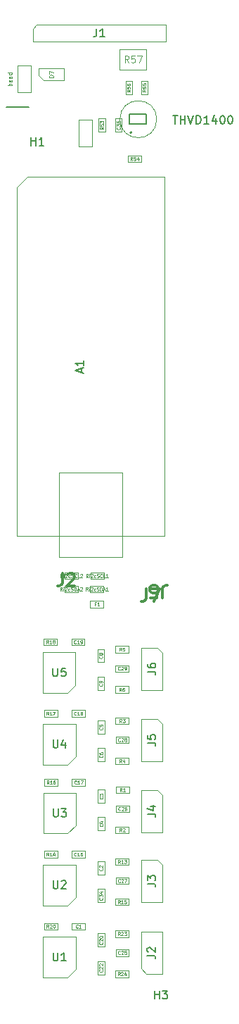
<source format=gbr>
G04 #@! TF.GenerationSoftware,KiCad,Pcbnew,(6.0.6)*
G04 #@! TF.CreationDate,2022-09-05T13:44:10+02:00*
G04 #@! TF.ProjectId,PAINTREv4,5041494e-5452-4457-9634-2e6b69636164,rev?*
G04 #@! TF.SameCoordinates,Original*
G04 #@! TF.FileFunction,AssemblyDrawing,Top*
%FSLAX46Y46*%
G04 Gerber Fmt 4.6, Leading zero omitted, Abs format (unit mm)*
G04 Created by KiCad (PCBNEW (6.0.6)) date 2022-09-05 13:44:10*
%MOMM*%
%LPD*%
G01*
G04 APERTURE LIST*
%ADD10C,0.100000*%
%ADD11C,0.150000*%
%ADD12C,0.300000*%
%ADD13C,0.125000*%
%ADD14C,0.060000*%
%ADD15C,0.120000*%
%ADD16C,0.075000*%
%ADD17C,0.127000*%
%ADD18C,0.200000*%
G04 APERTURE END LIST*
D10*
X142600000Y-44300000D02*
G75*
G03*
X142600000Y-44300000I-2220360J0D01*
G01*
D11*
X127235000Y-42860000D02*
X124485000Y-42860000D01*
D12*
X143300000Y-101821428D02*
X143300000Y-100750000D01*
X143371428Y-100535714D01*
X143514285Y-100392857D01*
X143728571Y-100321428D01*
X143871428Y-100321428D01*
X141871428Y-101821428D02*
X142585714Y-101821428D01*
X142657142Y-101107142D01*
X142585714Y-101178571D01*
X142442857Y-101250000D01*
X142085714Y-101250000D01*
X141942857Y-101178571D01*
X141871428Y-101107142D01*
X141800000Y-100964285D01*
X141800000Y-100607142D01*
X141871428Y-100464285D01*
X141942857Y-100392857D01*
X142085714Y-100321428D01*
X142442857Y-100321428D01*
X142585714Y-100392857D01*
X142657142Y-100464285D01*
D11*
X144557142Y-43852380D02*
X145128571Y-43852380D01*
X144842857Y-44852380D02*
X144842857Y-43852380D01*
X145461904Y-44852380D02*
X145461904Y-43852380D01*
X145461904Y-44328571D02*
X146033333Y-44328571D01*
X146033333Y-44852380D02*
X146033333Y-43852380D01*
X146366666Y-43852380D02*
X146700000Y-44852380D01*
X147033333Y-43852380D01*
X147366666Y-44852380D02*
X147366666Y-43852380D01*
X147604761Y-43852380D01*
X147747619Y-43900000D01*
X147842857Y-43995238D01*
X147890476Y-44090476D01*
X147938095Y-44280952D01*
X147938095Y-44423809D01*
X147890476Y-44614285D01*
X147842857Y-44709523D01*
X147747619Y-44804761D01*
X147604761Y-44852380D01*
X147366666Y-44852380D01*
X148890476Y-44852380D02*
X148319047Y-44852380D01*
X148604761Y-44852380D02*
X148604761Y-43852380D01*
X148509523Y-43995238D01*
X148414285Y-44090476D01*
X148319047Y-44138095D01*
X149747619Y-44185714D02*
X149747619Y-44852380D01*
X149509523Y-43804761D02*
X149271428Y-44519047D01*
X149890476Y-44519047D01*
X150461904Y-43852380D02*
X150557142Y-43852380D01*
X150652380Y-43900000D01*
X150700000Y-43947619D01*
X150747619Y-44042857D01*
X150795238Y-44233333D01*
X150795238Y-44471428D01*
X150747619Y-44661904D01*
X150700000Y-44757142D01*
X150652380Y-44804761D01*
X150557142Y-44852380D01*
X150461904Y-44852380D01*
X150366666Y-44804761D01*
X150319047Y-44757142D01*
X150271428Y-44661904D01*
X150223809Y-44471428D01*
X150223809Y-44233333D01*
X150271428Y-44042857D01*
X150319047Y-43947619D01*
X150366666Y-43900000D01*
X150461904Y-43852380D01*
X151414285Y-43852380D02*
X151509523Y-43852380D01*
X151604761Y-43900000D01*
X151652380Y-43947619D01*
X151700000Y-44042857D01*
X151747619Y-44233333D01*
X151747619Y-44471428D01*
X151700000Y-44661904D01*
X151652380Y-44757142D01*
X151604761Y-44804761D01*
X151509523Y-44852380D01*
X151414285Y-44852380D01*
X151319047Y-44804761D01*
X151271428Y-44757142D01*
X151223809Y-44661904D01*
X151176190Y-44471428D01*
X151176190Y-44233333D01*
X151223809Y-44042857D01*
X151271428Y-43947619D01*
X151319047Y-43900000D01*
X151414285Y-43852380D01*
D12*
X141337500Y-100778571D02*
X141337500Y-101850000D01*
X141266071Y-102064285D01*
X141123214Y-102207142D01*
X140908928Y-102278571D01*
X140766071Y-102278571D01*
X141908928Y-100778571D02*
X142908928Y-100778571D01*
X142266071Y-102278571D01*
X131225000Y-98922321D02*
X131225000Y-99993750D01*
X131153571Y-100208035D01*
X131010714Y-100350892D01*
X130796428Y-100422321D01*
X130653571Y-100422321D01*
X131867857Y-99065178D02*
X131939285Y-98993750D01*
X132082142Y-98922321D01*
X132439285Y-98922321D01*
X132582142Y-98993750D01*
X132653571Y-99065178D01*
X132725000Y-99208035D01*
X132725000Y-99350892D01*
X132653571Y-99565178D01*
X131796428Y-100422321D01*
X132725000Y-100422321D01*
D13*
X125126190Y-40253809D02*
X124626190Y-40253809D01*
X124816666Y-40253809D02*
X124792857Y-40206190D01*
X124792857Y-40110952D01*
X124816666Y-40063333D01*
X124840476Y-40039523D01*
X124888095Y-40015714D01*
X125030952Y-40015714D01*
X125078571Y-40039523D01*
X125102380Y-40063333D01*
X125126190Y-40110952D01*
X125126190Y-40206190D01*
X125102380Y-40253809D01*
X125102380Y-39610952D02*
X125126190Y-39658571D01*
X125126190Y-39753809D01*
X125102380Y-39801428D01*
X125054761Y-39825238D01*
X124864285Y-39825238D01*
X124816666Y-39801428D01*
X124792857Y-39753809D01*
X124792857Y-39658571D01*
X124816666Y-39610952D01*
X124864285Y-39587142D01*
X124911904Y-39587142D01*
X124959523Y-39825238D01*
X125126190Y-39158571D02*
X124864285Y-39158571D01*
X124816666Y-39182380D01*
X124792857Y-39230000D01*
X124792857Y-39325238D01*
X124816666Y-39372857D01*
X125102380Y-39158571D02*
X125126190Y-39206190D01*
X125126190Y-39325238D01*
X125102380Y-39372857D01*
X125054761Y-39396666D01*
X125007142Y-39396666D01*
X124959523Y-39372857D01*
X124935714Y-39325238D01*
X124935714Y-39206190D01*
X124911904Y-39158571D01*
X125126190Y-38706190D02*
X124626190Y-38706190D01*
X125102380Y-38706190D02*
X125126190Y-38753809D01*
X125126190Y-38849047D01*
X125102380Y-38896666D01*
X125078571Y-38920476D01*
X125030952Y-38944285D01*
X124888095Y-38944285D01*
X124840476Y-38920476D01*
X124816666Y-38896666D01*
X124792857Y-38849047D01*
X124792857Y-38753809D01*
X124816666Y-38706190D01*
D14*
X135266666Y-102571428D02*
X135133333Y-102571428D01*
X135133333Y-102780952D02*
X135133333Y-102380952D01*
X135323809Y-102380952D01*
X135685714Y-102780952D02*
X135457142Y-102780952D01*
X135571428Y-102780952D02*
X135571428Y-102380952D01*
X135533333Y-102438095D01*
X135495238Y-102476190D01*
X135457142Y-102495238D01*
X134314285Y-100980952D02*
X134180952Y-100790476D01*
X134085714Y-100980952D02*
X134085714Y-100580952D01*
X134238095Y-100580952D01*
X134276190Y-100600000D01*
X134295238Y-100619047D01*
X134314285Y-100657142D01*
X134314285Y-100714285D01*
X134295238Y-100752380D01*
X134276190Y-100771428D01*
X134238095Y-100790476D01*
X134085714Y-100790476D01*
X134485714Y-100980952D02*
X134485714Y-100714285D01*
X134485714Y-100580952D02*
X134466666Y-100600000D01*
X134485714Y-100619047D01*
X134504761Y-100600000D01*
X134485714Y-100580952D01*
X134485714Y-100619047D01*
X134657142Y-100619047D02*
X134676190Y-100600000D01*
X134714285Y-100580952D01*
X134809523Y-100580952D01*
X134847619Y-100600000D01*
X134866666Y-100619047D01*
X134885714Y-100657142D01*
X134885714Y-100695238D01*
X134866666Y-100752380D01*
X134638095Y-100980952D01*
X134885714Y-100980952D01*
X135228571Y-100961904D02*
X135190476Y-100980952D01*
X135114285Y-100980952D01*
X135076190Y-100961904D01*
X135057142Y-100942857D01*
X135038095Y-100904761D01*
X135038095Y-100790476D01*
X135057142Y-100752380D01*
X135076190Y-100733333D01*
X135114285Y-100714285D01*
X135190476Y-100714285D01*
X135228571Y-100733333D01*
X135380952Y-100961904D02*
X135438095Y-100980952D01*
X135533333Y-100980952D01*
X135571428Y-100961904D01*
X135590476Y-100942857D01*
X135609523Y-100904761D01*
X135609523Y-100866666D01*
X135590476Y-100828571D01*
X135571428Y-100809523D01*
X135533333Y-100790476D01*
X135457142Y-100771428D01*
X135419047Y-100752380D01*
X135400000Y-100733333D01*
X135380952Y-100695238D01*
X135380952Y-100657142D01*
X135400000Y-100619047D01*
X135419047Y-100600000D01*
X135457142Y-100580952D01*
X135552380Y-100580952D01*
X135609523Y-100600000D01*
X135780952Y-100980952D02*
X135780952Y-100580952D01*
X135876190Y-100580952D01*
X135933333Y-100600000D01*
X135971428Y-100638095D01*
X135990476Y-100676190D01*
X136009523Y-100752380D01*
X136009523Y-100809523D01*
X135990476Y-100885714D01*
X135971428Y-100923809D01*
X135933333Y-100961904D01*
X135876190Y-100980952D01*
X135780952Y-100980952D01*
X136161904Y-100866666D02*
X136352380Y-100866666D01*
X136123809Y-100980952D02*
X136257142Y-100580952D01*
X136390476Y-100980952D01*
X136733333Y-100980952D02*
X136504761Y-100980952D01*
X136619047Y-100980952D02*
X136619047Y-100580952D01*
X136580952Y-100638095D01*
X136542857Y-100676190D01*
X136504761Y-100695238D01*
X131236309Y-99380952D02*
X131102976Y-99190476D01*
X131007738Y-99380952D02*
X131007738Y-98980952D01*
X131160119Y-98980952D01*
X131198214Y-99000000D01*
X131217261Y-99019047D01*
X131236309Y-99057142D01*
X131236309Y-99114285D01*
X131217261Y-99152380D01*
X131198214Y-99171428D01*
X131160119Y-99190476D01*
X131007738Y-99190476D01*
X131407738Y-99380952D02*
X131407738Y-99114285D01*
X131407738Y-98980952D02*
X131388690Y-99000000D01*
X131407738Y-99019047D01*
X131426785Y-99000000D01*
X131407738Y-98980952D01*
X131407738Y-99019047D01*
X131579166Y-99019047D02*
X131598214Y-99000000D01*
X131636309Y-98980952D01*
X131731547Y-98980952D01*
X131769642Y-99000000D01*
X131788690Y-99019047D01*
X131807738Y-99057142D01*
X131807738Y-99095238D01*
X131788690Y-99152380D01*
X131560119Y-99380952D01*
X131807738Y-99380952D01*
X132150595Y-99361904D02*
X132112500Y-99380952D01*
X132036309Y-99380952D01*
X131998214Y-99361904D01*
X131979166Y-99342857D01*
X131960119Y-99304761D01*
X131960119Y-99190476D01*
X131979166Y-99152380D01*
X131998214Y-99133333D01*
X132036309Y-99114285D01*
X132112500Y-99114285D01*
X132150595Y-99133333D01*
X132302976Y-99361904D02*
X132360119Y-99380952D01*
X132455357Y-99380952D01*
X132493452Y-99361904D01*
X132512500Y-99342857D01*
X132531547Y-99304761D01*
X132531547Y-99266666D01*
X132512500Y-99228571D01*
X132493452Y-99209523D01*
X132455357Y-99190476D01*
X132379166Y-99171428D01*
X132341071Y-99152380D01*
X132322023Y-99133333D01*
X132302976Y-99095238D01*
X132302976Y-99057142D01*
X132322023Y-99019047D01*
X132341071Y-99000000D01*
X132379166Y-98980952D01*
X132474404Y-98980952D01*
X132531547Y-99000000D01*
X132931547Y-99342857D02*
X132912500Y-99361904D01*
X132855357Y-99380952D01*
X132817261Y-99380952D01*
X132760119Y-99361904D01*
X132722023Y-99323809D01*
X132702976Y-99285714D01*
X132683928Y-99209523D01*
X132683928Y-99152380D01*
X132702976Y-99076190D01*
X132722023Y-99038095D01*
X132760119Y-99000000D01*
X132817261Y-98980952D01*
X132855357Y-98980952D01*
X132912500Y-99000000D01*
X132931547Y-99019047D01*
X133293452Y-99380952D02*
X133102976Y-99380952D01*
X133102976Y-98980952D01*
X133407738Y-99019047D02*
X133426785Y-99000000D01*
X133464880Y-98980952D01*
X133560119Y-98980952D01*
X133598214Y-99000000D01*
X133617261Y-99019047D01*
X133636309Y-99057142D01*
X133636309Y-99095238D01*
X133617261Y-99152380D01*
X133388690Y-99380952D01*
X133636309Y-99380952D01*
X131214285Y-100980952D02*
X131080952Y-100790476D01*
X130985714Y-100980952D02*
X130985714Y-100580952D01*
X131138095Y-100580952D01*
X131176190Y-100600000D01*
X131195238Y-100619047D01*
X131214285Y-100657142D01*
X131214285Y-100714285D01*
X131195238Y-100752380D01*
X131176190Y-100771428D01*
X131138095Y-100790476D01*
X130985714Y-100790476D01*
X131385714Y-100980952D02*
X131385714Y-100714285D01*
X131385714Y-100580952D02*
X131366666Y-100600000D01*
X131385714Y-100619047D01*
X131404761Y-100600000D01*
X131385714Y-100580952D01*
X131385714Y-100619047D01*
X131557142Y-100619047D02*
X131576190Y-100600000D01*
X131614285Y-100580952D01*
X131709523Y-100580952D01*
X131747619Y-100600000D01*
X131766666Y-100619047D01*
X131785714Y-100657142D01*
X131785714Y-100695238D01*
X131766666Y-100752380D01*
X131538095Y-100980952D01*
X131785714Y-100980952D01*
X132128571Y-100961904D02*
X132090476Y-100980952D01*
X132014285Y-100980952D01*
X131976190Y-100961904D01*
X131957142Y-100942857D01*
X131938095Y-100904761D01*
X131938095Y-100790476D01*
X131957142Y-100752380D01*
X131976190Y-100733333D01*
X132014285Y-100714285D01*
X132090476Y-100714285D01*
X132128571Y-100733333D01*
X132280952Y-100961904D02*
X132338095Y-100980952D01*
X132433333Y-100980952D01*
X132471428Y-100961904D01*
X132490476Y-100942857D01*
X132509523Y-100904761D01*
X132509523Y-100866666D01*
X132490476Y-100828571D01*
X132471428Y-100809523D01*
X132433333Y-100790476D01*
X132357142Y-100771428D01*
X132319047Y-100752380D01*
X132300000Y-100733333D01*
X132280952Y-100695238D01*
X132280952Y-100657142D01*
X132300000Y-100619047D01*
X132319047Y-100600000D01*
X132357142Y-100580952D01*
X132452380Y-100580952D01*
X132509523Y-100600000D01*
X132680952Y-100980952D02*
X132680952Y-100580952D01*
X132776190Y-100580952D01*
X132833333Y-100600000D01*
X132871428Y-100638095D01*
X132890476Y-100676190D01*
X132909523Y-100752380D01*
X132909523Y-100809523D01*
X132890476Y-100885714D01*
X132871428Y-100923809D01*
X132833333Y-100961904D01*
X132776190Y-100980952D01*
X132680952Y-100980952D01*
X133061904Y-100866666D02*
X133252380Y-100866666D01*
X133023809Y-100980952D02*
X133157142Y-100580952D01*
X133290476Y-100980952D01*
X133404761Y-100619047D02*
X133423809Y-100600000D01*
X133461904Y-100580952D01*
X133557142Y-100580952D01*
X133595238Y-100600000D01*
X133614285Y-100619047D01*
X133633333Y-100657142D01*
X133633333Y-100695238D01*
X133614285Y-100752380D01*
X133385714Y-100980952D01*
X133633333Y-100980952D01*
X134336309Y-99380952D02*
X134202976Y-99190476D01*
X134107738Y-99380952D02*
X134107738Y-98980952D01*
X134260119Y-98980952D01*
X134298214Y-99000000D01*
X134317261Y-99019047D01*
X134336309Y-99057142D01*
X134336309Y-99114285D01*
X134317261Y-99152380D01*
X134298214Y-99171428D01*
X134260119Y-99190476D01*
X134107738Y-99190476D01*
X134507738Y-99380952D02*
X134507738Y-99114285D01*
X134507738Y-98980952D02*
X134488690Y-99000000D01*
X134507738Y-99019047D01*
X134526785Y-99000000D01*
X134507738Y-98980952D01*
X134507738Y-99019047D01*
X134679166Y-99019047D02*
X134698214Y-99000000D01*
X134736309Y-98980952D01*
X134831547Y-98980952D01*
X134869642Y-99000000D01*
X134888690Y-99019047D01*
X134907738Y-99057142D01*
X134907738Y-99095238D01*
X134888690Y-99152380D01*
X134660119Y-99380952D01*
X134907738Y-99380952D01*
X135250595Y-99361904D02*
X135212500Y-99380952D01*
X135136309Y-99380952D01*
X135098214Y-99361904D01*
X135079166Y-99342857D01*
X135060119Y-99304761D01*
X135060119Y-99190476D01*
X135079166Y-99152380D01*
X135098214Y-99133333D01*
X135136309Y-99114285D01*
X135212500Y-99114285D01*
X135250595Y-99133333D01*
X135402976Y-99361904D02*
X135460119Y-99380952D01*
X135555357Y-99380952D01*
X135593452Y-99361904D01*
X135612500Y-99342857D01*
X135631547Y-99304761D01*
X135631547Y-99266666D01*
X135612500Y-99228571D01*
X135593452Y-99209523D01*
X135555357Y-99190476D01*
X135479166Y-99171428D01*
X135441071Y-99152380D01*
X135422023Y-99133333D01*
X135402976Y-99095238D01*
X135402976Y-99057142D01*
X135422023Y-99019047D01*
X135441071Y-99000000D01*
X135479166Y-98980952D01*
X135574404Y-98980952D01*
X135631547Y-99000000D01*
X136031547Y-99342857D02*
X136012500Y-99361904D01*
X135955357Y-99380952D01*
X135917261Y-99380952D01*
X135860119Y-99361904D01*
X135822023Y-99323809D01*
X135802976Y-99285714D01*
X135783928Y-99209523D01*
X135783928Y-99152380D01*
X135802976Y-99076190D01*
X135822023Y-99038095D01*
X135860119Y-99000000D01*
X135917261Y-98980952D01*
X135955357Y-98980952D01*
X136012500Y-99000000D01*
X136031547Y-99019047D01*
X136393452Y-99380952D02*
X136202976Y-99380952D01*
X136202976Y-98980952D01*
X136736309Y-99380952D02*
X136507738Y-99380952D01*
X136622023Y-99380952D02*
X136622023Y-98980952D01*
X136583928Y-99038095D01*
X136545833Y-99076190D01*
X136507738Y-99095238D01*
D11*
X142338095Y-150066130D02*
X142338095Y-149066130D01*
X142338095Y-149542321D02*
X142909523Y-149542321D01*
X142909523Y-150066130D02*
X142909523Y-149066130D01*
X143290476Y-149066130D02*
X143909523Y-149066130D01*
X143576190Y-149447083D01*
X143719047Y-149447083D01*
X143814285Y-149494702D01*
X143861904Y-149542321D01*
X143909523Y-149637559D01*
X143909523Y-149875654D01*
X143861904Y-149970892D01*
X143814285Y-150018511D01*
X143719047Y-150066130D01*
X143433333Y-150066130D01*
X143338095Y-150018511D01*
X143290476Y-149970892D01*
X135331666Y-33402380D02*
X135331666Y-34116666D01*
X135284047Y-34259523D01*
X135188809Y-34354761D01*
X135045952Y-34402380D01*
X134950714Y-34402380D01*
X136331666Y-34402380D02*
X135760238Y-34402380D01*
X136045952Y-34402380D02*
X136045952Y-33402380D01*
X135950714Y-33545238D01*
X135855476Y-33640476D01*
X135760238Y-33688095D01*
D14*
X139670357Y-49230952D02*
X139537023Y-49040476D01*
X139441785Y-49230952D02*
X139441785Y-48830952D01*
X139594166Y-48830952D01*
X139632261Y-48850000D01*
X139651309Y-48869047D01*
X139670357Y-48907142D01*
X139670357Y-48964285D01*
X139651309Y-49002380D01*
X139632261Y-49021428D01*
X139594166Y-49040476D01*
X139441785Y-49040476D01*
X140032261Y-48830952D02*
X139841785Y-48830952D01*
X139822738Y-49021428D01*
X139841785Y-49002380D01*
X139879880Y-48983333D01*
X139975119Y-48983333D01*
X140013214Y-49002380D01*
X140032261Y-49021428D01*
X140051309Y-49059523D01*
X140051309Y-49154761D01*
X140032261Y-49192857D01*
X140013214Y-49211904D01*
X139975119Y-49230952D01*
X139879880Y-49230952D01*
X139841785Y-49211904D01*
X139822738Y-49192857D01*
X140394166Y-48964285D02*
X140394166Y-49230952D01*
X140298928Y-48811904D02*
X140203690Y-49097619D01*
X140451309Y-49097619D01*
X138224857Y-127348857D02*
X138205809Y-127367904D01*
X138148666Y-127386952D01*
X138110571Y-127386952D01*
X138053428Y-127367904D01*
X138015333Y-127329809D01*
X137996285Y-127291714D01*
X137977238Y-127215523D01*
X137977238Y-127158380D01*
X137996285Y-127082190D01*
X138015333Y-127044095D01*
X138053428Y-127006000D01*
X138110571Y-126986952D01*
X138148666Y-126986952D01*
X138205809Y-127006000D01*
X138224857Y-127025047D01*
X138377238Y-127025047D02*
X138396285Y-127006000D01*
X138434380Y-126986952D01*
X138529619Y-126986952D01*
X138567714Y-127006000D01*
X138586761Y-127025047D01*
X138605809Y-127063142D01*
X138605809Y-127101238D01*
X138586761Y-127158380D01*
X138358190Y-127386952D01*
X138605809Y-127386952D01*
X138948666Y-126986952D02*
X138872476Y-126986952D01*
X138834380Y-127006000D01*
X138815333Y-127025047D01*
X138777238Y-127082190D01*
X138758190Y-127158380D01*
X138758190Y-127310761D01*
X138777238Y-127348857D01*
X138796285Y-127367904D01*
X138834380Y-127386952D01*
X138910571Y-127386952D01*
X138948666Y-127367904D01*
X138967714Y-127348857D01*
X138986761Y-127310761D01*
X138986761Y-127215523D01*
X138967714Y-127177428D01*
X138948666Y-127158380D01*
X138910571Y-127139333D01*
X138834380Y-127139333D01*
X138796285Y-127158380D01*
X138777238Y-127177428D01*
X138758190Y-127215523D01*
X129604357Y-124211952D02*
X129471023Y-124021476D01*
X129375785Y-124211952D02*
X129375785Y-123811952D01*
X129528166Y-123811952D01*
X129566261Y-123831000D01*
X129585309Y-123850047D01*
X129604357Y-123888142D01*
X129604357Y-123945285D01*
X129585309Y-123983380D01*
X129566261Y-124002428D01*
X129528166Y-124021476D01*
X129375785Y-124021476D01*
X129985309Y-124211952D02*
X129756738Y-124211952D01*
X129871023Y-124211952D02*
X129871023Y-123811952D01*
X129832928Y-123869095D01*
X129794833Y-123907190D01*
X129756738Y-123926238D01*
X130328166Y-123811952D02*
X130251976Y-123811952D01*
X130213880Y-123831000D01*
X130194833Y-123850047D01*
X130156738Y-123907190D01*
X130137690Y-123983380D01*
X130137690Y-124135761D01*
X130156738Y-124173857D01*
X130175785Y-124192904D01*
X130213880Y-124211952D01*
X130290071Y-124211952D01*
X130328166Y-124192904D01*
X130347214Y-124173857D01*
X130366261Y-124135761D01*
X130366261Y-124040523D01*
X130347214Y-124002428D01*
X130328166Y-123983380D01*
X130290071Y-123964333D01*
X130213880Y-123964333D01*
X130175785Y-123983380D01*
X130156738Y-124002428D01*
X130137690Y-124040523D01*
X136046857Y-146568142D02*
X136065904Y-146587190D01*
X136084952Y-146644333D01*
X136084952Y-146682428D01*
X136065904Y-146739571D01*
X136027809Y-146777666D01*
X135989714Y-146796714D01*
X135913523Y-146815761D01*
X135856380Y-146815761D01*
X135780190Y-146796714D01*
X135742095Y-146777666D01*
X135704000Y-146739571D01*
X135684952Y-146682428D01*
X135684952Y-146644333D01*
X135704000Y-146587190D01*
X135723047Y-146568142D01*
X135723047Y-146415761D02*
X135704000Y-146396714D01*
X135684952Y-146358619D01*
X135684952Y-146263380D01*
X135704000Y-146225285D01*
X135723047Y-146206238D01*
X135761142Y-146187190D01*
X135799238Y-146187190D01*
X135856380Y-146206238D01*
X136084952Y-146434809D01*
X136084952Y-146187190D01*
X135723047Y-146034809D02*
X135704000Y-146015761D01*
X135684952Y-145977666D01*
X135684952Y-145882428D01*
X135704000Y-145844333D01*
X135723047Y-145825285D01*
X135761142Y-145806238D01*
X135799238Y-145806238D01*
X135856380Y-145825285D01*
X136084952Y-146053857D01*
X136084952Y-145806238D01*
D15*
X139235714Y-37461904D02*
X138969047Y-37080952D01*
X138778571Y-37461904D02*
X138778571Y-36661904D01*
X139083333Y-36661904D01*
X139159523Y-36700000D01*
X139197619Y-36738095D01*
X139235714Y-36814285D01*
X139235714Y-36928571D01*
X139197619Y-37004761D01*
X139159523Y-37042857D01*
X139083333Y-37080952D01*
X138778571Y-37080952D01*
X139959523Y-36661904D02*
X139578571Y-36661904D01*
X139540476Y-37042857D01*
X139578571Y-37004761D01*
X139654761Y-36966666D01*
X139845238Y-36966666D01*
X139921428Y-37004761D01*
X139959523Y-37042857D01*
X139997619Y-37119047D01*
X139997619Y-37309523D01*
X139959523Y-37385714D01*
X139921428Y-37423809D01*
X139845238Y-37461904D01*
X139654761Y-37461904D01*
X139578571Y-37423809D01*
X139540476Y-37385714D01*
X140264285Y-36661904D02*
X140797619Y-36661904D01*
X140454761Y-37461904D01*
D14*
X136046857Y-143240142D02*
X136065904Y-143259190D01*
X136084952Y-143316333D01*
X136084952Y-143354428D01*
X136065904Y-143411571D01*
X136027809Y-143449666D01*
X135989714Y-143468714D01*
X135913523Y-143487761D01*
X135856380Y-143487761D01*
X135780190Y-143468714D01*
X135742095Y-143449666D01*
X135704000Y-143411571D01*
X135684952Y-143354428D01*
X135684952Y-143316333D01*
X135704000Y-143259190D01*
X135723047Y-143240142D01*
X135723047Y-143087761D02*
X135704000Y-143068714D01*
X135684952Y-143030619D01*
X135684952Y-142935380D01*
X135704000Y-142897285D01*
X135723047Y-142878238D01*
X135761142Y-142859190D01*
X135799238Y-142859190D01*
X135856380Y-142878238D01*
X136084952Y-143106809D01*
X136084952Y-142859190D01*
X135684952Y-142611571D02*
X135684952Y-142573476D01*
X135704000Y-142535380D01*
X135723047Y-142516333D01*
X135761142Y-142497285D01*
X135837333Y-142478238D01*
X135932571Y-142478238D01*
X136008761Y-142497285D01*
X136046857Y-142516333D01*
X136065904Y-142535380D01*
X136084952Y-142573476D01*
X136084952Y-142611571D01*
X136065904Y-142649666D01*
X136046857Y-142668714D01*
X136008761Y-142687761D01*
X135932571Y-142706809D01*
X135837333Y-142706809D01*
X135761142Y-142687761D01*
X135723047Y-142668714D01*
X135704000Y-142649666D01*
X135684952Y-142611571D01*
X132893857Y-115892857D02*
X132874809Y-115911904D01*
X132817666Y-115930952D01*
X132779571Y-115930952D01*
X132722428Y-115911904D01*
X132684333Y-115873809D01*
X132665285Y-115835714D01*
X132646238Y-115759523D01*
X132646238Y-115702380D01*
X132665285Y-115626190D01*
X132684333Y-115588095D01*
X132722428Y-115550000D01*
X132779571Y-115530952D01*
X132817666Y-115530952D01*
X132874809Y-115550000D01*
X132893857Y-115569047D01*
X133274809Y-115930952D02*
X133046238Y-115930952D01*
X133160523Y-115930952D02*
X133160523Y-115530952D01*
X133122428Y-115588095D01*
X133084333Y-115626190D01*
X133046238Y-115645238D01*
X133503380Y-115702380D02*
X133465285Y-115683333D01*
X133446238Y-115664285D01*
X133427190Y-115626190D01*
X133427190Y-115607142D01*
X133446238Y-115569047D01*
X133465285Y-115550000D01*
X133503380Y-115530952D01*
X133579571Y-115530952D01*
X133617666Y-115550000D01*
X133636714Y-115569047D01*
X133655761Y-115607142D01*
X133655761Y-115626190D01*
X133636714Y-115664285D01*
X133617666Y-115683333D01*
X133579571Y-115702380D01*
X133503380Y-115702380D01*
X133465285Y-115721428D01*
X133446238Y-115740476D01*
X133427190Y-115778571D01*
X133427190Y-115854761D01*
X133446238Y-115892857D01*
X133465285Y-115911904D01*
X133503380Y-115930952D01*
X133579571Y-115930952D01*
X133617666Y-115911904D01*
X133636714Y-115892857D01*
X133655761Y-115854761D01*
X133655761Y-115778571D01*
X133636714Y-115740476D01*
X133617666Y-115721428D01*
X133579571Y-115702380D01*
D11*
X130156333Y-127177333D02*
X130156333Y-127970666D01*
X130203000Y-128064000D01*
X130249666Y-128110666D01*
X130343000Y-128157333D01*
X130529666Y-128157333D01*
X130623000Y-128110666D01*
X130669666Y-128064000D01*
X130716333Y-127970666D01*
X130716333Y-127177333D01*
X131089666Y-127177333D02*
X131696333Y-127177333D01*
X131369666Y-127550666D01*
X131509666Y-127550666D01*
X131603000Y-127597333D01*
X131649666Y-127644000D01*
X131696333Y-127737333D01*
X131696333Y-127970666D01*
X131649666Y-128064000D01*
X131603000Y-128110666D01*
X131509666Y-128157333D01*
X131229666Y-128157333D01*
X131136333Y-128110666D01*
X131089666Y-128064000D01*
D14*
X136046857Y-137905142D02*
X136065904Y-137924190D01*
X136084952Y-137981333D01*
X136084952Y-138019428D01*
X136065904Y-138076571D01*
X136027809Y-138114666D01*
X135989714Y-138133714D01*
X135913523Y-138152761D01*
X135856380Y-138152761D01*
X135780190Y-138133714D01*
X135742095Y-138114666D01*
X135704000Y-138076571D01*
X135684952Y-138019428D01*
X135684952Y-137981333D01*
X135704000Y-137924190D01*
X135723047Y-137905142D01*
X135684952Y-137771809D02*
X135684952Y-137524190D01*
X135837333Y-137657523D01*
X135837333Y-137600380D01*
X135856380Y-137562285D01*
X135875428Y-137543238D01*
X135913523Y-137524190D01*
X136008761Y-137524190D01*
X136046857Y-137543238D01*
X136065904Y-137562285D01*
X136084952Y-137600380D01*
X136084952Y-137714666D01*
X136065904Y-137752761D01*
X136046857Y-137771809D01*
X135818285Y-137181333D02*
X136084952Y-137181333D01*
X135665904Y-137276571D02*
X135951619Y-137371809D01*
X135951619Y-137124190D01*
X133084333Y-141487857D02*
X133065285Y-141506904D01*
X133008142Y-141525952D01*
X132970047Y-141525952D01*
X132912904Y-141506904D01*
X132874809Y-141468809D01*
X132855761Y-141430714D01*
X132836714Y-141354523D01*
X132836714Y-141297380D01*
X132855761Y-141221190D01*
X132874809Y-141183095D01*
X132912904Y-141145000D01*
X132970047Y-141125952D01*
X133008142Y-141125952D01*
X133065285Y-141145000D01*
X133084333Y-141164047D01*
X133465285Y-141525952D02*
X133236714Y-141525952D01*
X133351000Y-141525952D02*
X133351000Y-141125952D01*
X133312904Y-141183095D01*
X133274809Y-141221190D01*
X133236714Y-141240238D01*
X138186857Y-142414952D02*
X138053523Y-142224476D01*
X137958285Y-142414952D02*
X137958285Y-142014952D01*
X138110666Y-142014952D01*
X138148761Y-142034000D01*
X138167809Y-142053047D01*
X138186857Y-142091142D01*
X138186857Y-142148285D01*
X138167809Y-142186380D01*
X138148761Y-142205428D01*
X138110666Y-142224476D01*
X137958285Y-142224476D01*
X138339238Y-142053047D02*
X138358285Y-142034000D01*
X138396380Y-142014952D01*
X138491619Y-142014952D01*
X138529714Y-142034000D01*
X138548761Y-142053047D01*
X138567809Y-142091142D01*
X138567809Y-142129238D01*
X138548761Y-142186380D01*
X138320190Y-142414952D01*
X138567809Y-142414952D01*
X138701142Y-142014952D02*
X138948761Y-142014952D01*
X138815428Y-142167333D01*
X138872571Y-142167333D01*
X138910666Y-142186380D01*
X138929714Y-142205428D01*
X138948761Y-142243523D01*
X138948761Y-142338761D01*
X138929714Y-142376857D01*
X138910666Y-142395904D01*
X138872571Y-142414952D01*
X138758285Y-142414952D01*
X138720190Y-142395904D01*
X138701142Y-142376857D01*
X129554357Y-107330952D02*
X129421023Y-107140476D01*
X129325785Y-107330952D02*
X129325785Y-106930952D01*
X129478166Y-106930952D01*
X129516261Y-106950000D01*
X129535309Y-106969047D01*
X129554357Y-107007142D01*
X129554357Y-107064285D01*
X129535309Y-107102380D01*
X129516261Y-107121428D01*
X129478166Y-107140476D01*
X129325785Y-107140476D01*
X129935309Y-107330952D02*
X129706738Y-107330952D01*
X129821023Y-107330952D02*
X129821023Y-106930952D01*
X129782928Y-106988095D01*
X129744833Y-107026190D01*
X129706738Y-107045238D01*
X130163880Y-107102380D02*
X130125785Y-107083333D01*
X130106738Y-107064285D01*
X130087690Y-107026190D01*
X130087690Y-107007142D01*
X130106738Y-106969047D01*
X130125785Y-106950000D01*
X130163880Y-106930952D01*
X130240071Y-106930952D01*
X130278166Y-106950000D01*
X130297214Y-106969047D01*
X130316261Y-107007142D01*
X130316261Y-107026190D01*
X130297214Y-107064285D01*
X130278166Y-107083333D01*
X130240071Y-107102380D01*
X130163880Y-107102380D01*
X130125785Y-107121428D01*
X130106738Y-107140476D01*
X130087690Y-107178571D01*
X130087690Y-107254761D01*
X130106738Y-107292857D01*
X130125785Y-107311904D01*
X130163880Y-107330952D01*
X130240071Y-107330952D01*
X130278166Y-107311904D01*
X130297214Y-107292857D01*
X130316261Y-107254761D01*
X130316261Y-107178571D01*
X130297214Y-107140476D01*
X130278166Y-107121428D01*
X130240071Y-107102380D01*
X136021857Y-108854666D02*
X136040904Y-108873714D01*
X136059952Y-108930857D01*
X136059952Y-108968952D01*
X136040904Y-109026095D01*
X136002809Y-109064190D01*
X135964714Y-109083238D01*
X135888523Y-109102285D01*
X135831380Y-109102285D01*
X135755190Y-109083238D01*
X135717095Y-109064190D01*
X135679000Y-109026095D01*
X135659952Y-108968952D01*
X135659952Y-108930857D01*
X135679000Y-108873714D01*
X135698047Y-108854666D01*
X135831380Y-108626095D02*
X135812333Y-108664190D01*
X135793285Y-108683238D01*
X135755190Y-108702285D01*
X135736142Y-108702285D01*
X135698047Y-108683238D01*
X135679000Y-108664190D01*
X135659952Y-108626095D01*
X135659952Y-108549904D01*
X135679000Y-108511809D01*
X135698047Y-108492761D01*
X135736142Y-108473714D01*
X135755190Y-108473714D01*
X135793285Y-108492761D01*
X135812333Y-108511809D01*
X135831380Y-108549904D01*
X135831380Y-108626095D01*
X135850428Y-108664190D01*
X135869476Y-108683238D01*
X135907571Y-108702285D01*
X135983761Y-108702285D01*
X136021857Y-108683238D01*
X136040904Y-108664190D01*
X136059952Y-108626095D01*
X136059952Y-108549904D01*
X136040904Y-108511809D01*
X136021857Y-108492761D01*
X135983761Y-108473714D01*
X135907571Y-108473714D01*
X135869476Y-108492761D01*
X135850428Y-108511809D01*
X135831380Y-108549904D01*
X138199857Y-119062857D02*
X138180809Y-119081904D01*
X138123666Y-119100952D01*
X138085571Y-119100952D01*
X138028428Y-119081904D01*
X137990333Y-119043809D01*
X137971285Y-119005714D01*
X137952238Y-118929523D01*
X137952238Y-118872380D01*
X137971285Y-118796190D01*
X137990333Y-118758095D01*
X138028428Y-118720000D01*
X138085571Y-118700952D01*
X138123666Y-118700952D01*
X138180809Y-118720000D01*
X138199857Y-118739047D01*
X138352238Y-118739047D02*
X138371285Y-118720000D01*
X138409380Y-118700952D01*
X138504619Y-118700952D01*
X138542714Y-118720000D01*
X138561761Y-118739047D01*
X138580809Y-118777142D01*
X138580809Y-118815238D01*
X138561761Y-118872380D01*
X138333190Y-119100952D01*
X138580809Y-119100952D01*
X138809380Y-118872380D02*
X138771285Y-118853333D01*
X138752238Y-118834285D01*
X138733190Y-118796190D01*
X138733190Y-118777142D01*
X138752238Y-118739047D01*
X138771285Y-118720000D01*
X138809380Y-118700952D01*
X138885571Y-118700952D01*
X138923666Y-118720000D01*
X138942714Y-118739047D01*
X138961761Y-118777142D01*
X138961761Y-118796190D01*
X138942714Y-118834285D01*
X138923666Y-118853333D01*
X138885571Y-118872380D01*
X138809380Y-118872380D01*
X138771285Y-118891428D01*
X138752238Y-118910476D01*
X138733190Y-118948571D01*
X138733190Y-119024761D01*
X138752238Y-119062857D01*
X138771285Y-119081904D01*
X138809380Y-119100952D01*
X138885571Y-119100952D01*
X138923666Y-119081904D01*
X138942714Y-119062857D01*
X138961761Y-119024761D01*
X138961761Y-118948571D01*
X138942714Y-118910476D01*
X138923666Y-118891428D01*
X138885571Y-118872380D01*
X138186857Y-110487857D02*
X138167809Y-110506904D01*
X138110666Y-110525952D01*
X138072571Y-110525952D01*
X138015428Y-110506904D01*
X137977333Y-110468809D01*
X137958285Y-110430714D01*
X137939238Y-110354523D01*
X137939238Y-110297380D01*
X137958285Y-110221190D01*
X137977333Y-110183095D01*
X138015428Y-110145000D01*
X138072571Y-110125952D01*
X138110666Y-110125952D01*
X138167809Y-110145000D01*
X138186857Y-110164047D01*
X138339238Y-110164047D02*
X138358285Y-110145000D01*
X138396380Y-110125952D01*
X138491619Y-110125952D01*
X138529714Y-110145000D01*
X138548761Y-110164047D01*
X138567809Y-110202142D01*
X138567809Y-110240238D01*
X138548761Y-110297380D01*
X138320190Y-110525952D01*
X138567809Y-110525952D01*
X138758285Y-110525952D02*
X138834476Y-110525952D01*
X138872571Y-110506904D01*
X138891619Y-110487857D01*
X138929714Y-110430714D01*
X138948761Y-110354523D01*
X138948761Y-110202142D01*
X138929714Y-110164047D01*
X138910666Y-110145000D01*
X138872571Y-110125952D01*
X138796380Y-110125952D01*
X138758285Y-110145000D01*
X138739238Y-110164047D01*
X138720190Y-110202142D01*
X138720190Y-110297380D01*
X138739238Y-110335476D01*
X138758285Y-110354523D01*
X138796380Y-110373571D01*
X138872571Y-110373571D01*
X138910666Y-110354523D01*
X138929714Y-110335476D01*
X138948761Y-110297380D01*
D11*
X141477380Y-127813333D02*
X142191666Y-127813333D01*
X142334523Y-127860952D01*
X142429761Y-127956190D01*
X142477380Y-128099047D01*
X142477380Y-128194285D01*
X141810714Y-126908571D02*
X142477380Y-126908571D01*
X141429761Y-127146666D02*
X142144047Y-127384761D01*
X142144047Y-126765714D01*
D14*
X141290952Y-40757142D02*
X141100476Y-40890476D01*
X141290952Y-40985714D02*
X140890952Y-40985714D01*
X140890952Y-40833333D01*
X140910000Y-40795238D01*
X140929047Y-40776190D01*
X140967142Y-40757142D01*
X141024285Y-40757142D01*
X141062380Y-40776190D01*
X141081428Y-40795238D01*
X141100476Y-40833333D01*
X141100476Y-40985714D01*
X140890952Y-40395238D02*
X140890952Y-40585714D01*
X141081428Y-40604761D01*
X141062380Y-40585714D01*
X141043333Y-40547619D01*
X141043333Y-40452380D01*
X141062380Y-40414285D01*
X141081428Y-40395238D01*
X141119523Y-40376190D01*
X141214761Y-40376190D01*
X141252857Y-40395238D01*
X141271904Y-40414285D01*
X141290952Y-40452380D01*
X141290952Y-40547619D01*
X141271904Y-40585714D01*
X141252857Y-40604761D01*
X140890952Y-40014285D02*
X140890952Y-40204761D01*
X141081428Y-40223809D01*
X141062380Y-40204761D01*
X141043333Y-40166666D01*
X141043333Y-40071428D01*
X141062380Y-40033333D01*
X141081428Y-40014285D01*
X141119523Y-39995238D01*
X141214761Y-39995238D01*
X141252857Y-40014285D01*
X141271904Y-40033333D01*
X141290952Y-40071428D01*
X141290952Y-40166666D01*
X141271904Y-40204761D01*
X141252857Y-40223809D01*
X129579357Y-132862952D02*
X129446023Y-132672476D01*
X129350785Y-132862952D02*
X129350785Y-132462952D01*
X129503166Y-132462952D01*
X129541261Y-132482000D01*
X129560309Y-132501047D01*
X129579357Y-132539142D01*
X129579357Y-132596285D01*
X129560309Y-132634380D01*
X129541261Y-132653428D01*
X129503166Y-132672476D01*
X129350785Y-132672476D01*
X129960309Y-132862952D02*
X129731738Y-132862952D01*
X129846023Y-132862952D02*
X129846023Y-132462952D01*
X129807928Y-132520095D01*
X129769833Y-132558190D01*
X129731738Y-132577238D01*
X130303166Y-132596285D02*
X130303166Y-132862952D01*
X130207928Y-132443904D02*
X130112690Y-132729619D01*
X130360309Y-132729619D01*
D11*
X141477380Y-119273333D02*
X142191666Y-119273333D01*
X142334523Y-119320952D01*
X142429761Y-119416190D01*
X142477380Y-119559047D01*
X142477380Y-119654285D01*
X141477380Y-118320952D02*
X141477380Y-118797142D01*
X141953571Y-118844761D01*
X141905952Y-118797142D01*
X141858333Y-118701904D01*
X141858333Y-118463809D01*
X141905952Y-118368571D01*
X141953571Y-118320952D01*
X142048809Y-118273333D01*
X142286904Y-118273333D01*
X142382142Y-118320952D01*
X142429761Y-118368571D01*
X142477380Y-118463809D01*
X142477380Y-118701904D01*
X142429761Y-118797142D01*
X142382142Y-118844761D01*
X127438095Y-47452380D02*
X127438095Y-46452380D01*
X127438095Y-46928571D02*
X128009523Y-46928571D01*
X128009523Y-47452380D02*
X128009523Y-46452380D01*
X129009523Y-47452380D02*
X128438095Y-47452380D01*
X128723809Y-47452380D02*
X128723809Y-46452380D01*
X128628571Y-46595238D01*
X128533333Y-46690476D01*
X128438095Y-46738095D01*
D14*
X132918857Y-124173857D02*
X132899809Y-124192904D01*
X132842666Y-124211952D01*
X132804571Y-124211952D01*
X132747428Y-124192904D01*
X132709333Y-124154809D01*
X132690285Y-124116714D01*
X132671238Y-124040523D01*
X132671238Y-123983380D01*
X132690285Y-123907190D01*
X132709333Y-123869095D01*
X132747428Y-123831000D01*
X132804571Y-123811952D01*
X132842666Y-123811952D01*
X132899809Y-123831000D01*
X132918857Y-123850047D01*
X133299809Y-124211952D02*
X133071238Y-124211952D01*
X133185523Y-124211952D02*
X133185523Y-123811952D01*
X133147428Y-123869095D01*
X133109333Y-123907190D01*
X133071238Y-123926238D01*
X133433142Y-123811952D02*
X133699809Y-123811952D01*
X133528380Y-124211952D01*
X138352333Y-108219952D02*
X138219000Y-108029476D01*
X138123761Y-108219952D02*
X138123761Y-107819952D01*
X138276142Y-107819952D01*
X138314238Y-107839000D01*
X138333285Y-107858047D01*
X138352333Y-107896142D01*
X138352333Y-107953285D01*
X138333285Y-107991380D01*
X138314238Y-108010428D01*
X138276142Y-108029476D01*
X138123761Y-108029476D01*
X138714238Y-107819952D02*
X138523761Y-107819952D01*
X138504714Y-108010428D01*
X138523761Y-107991380D01*
X138561857Y-107972333D01*
X138657095Y-107972333D01*
X138695190Y-107991380D01*
X138714238Y-108010428D01*
X138733285Y-108048523D01*
X138733285Y-108143761D01*
X138714238Y-108181857D01*
X138695190Y-108200904D01*
X138657095Y-108219952D01*
X138561857Y-108219952D01*
X138523761Y-108200904D01*
X138504714Y-108181857D01*
X136071857Y-129063666D02*
X136090904Y-129082714D01*
X136109952Y-129139857D01*
X136109952Y-129177952D01*
X136090904Y-129235095D01*
X136052809Y-129273190D01*
X136014714Y-129292238D01*
X135938523Y-129311285D01*
X135881380Y-129311285D01*
X135805190Y-129292238D01*
X135767095Y-129273190D01*
X135729000Y-129235095D01*
X135709952Y-129177952D01*
X135709952Y-129139857D01*
X135729000Y-129082714D01*
X135748047Y-129063666D01*
X135843285Y-128720809D02*
X136109952Y-128720809D01*
X135690904Y-128816047D02*
X135976619Y-128911285D01*
X135976619Y-128663666D01*
D11*
X133516666Y-74764285D02*
X133516666Y-74288095D01*
X133802380Y-74859523D02*
X132802380Y-74526190D01*
X133802380Y-74192857D01*
X133802380Y-73335714D02*
X133802380Y-73907142D01*
X133802380Y-73621428D02*
X132802380Y-73621428D01*
X132945238Y-73716666D01*
X133040476Y-73811904D01*
X133088095Y-73907142D01*
D14*
X136046857Y-134386666D02*
X136065904Y-134405714D01*
X136084952Y-134462857D01*
X136084952Y-134500952D01*
X136065904Y-134558095D01*
X136027809Y-134596190D01*
X135989714Y-134615238D01*
X135913523Y-134634285D01*
X135856380Y-134634285D01*
X135780190Y-134615238D01*
X135742095Y-134596190D01*
X135704000Y-134558095D01*
X135684952Y-134500952D01*
X135684952Y-134462857D01*
X135704000Y-134405714D01*
X135723047Y-134386666D01*
X135723047Y-134234285D02*
X135704000Y-134215238D01*
X135684952Y-134177142D01*
X135684952Y-134081904D01*
X135704000Y-134043809D01*
X135723047Y-134024761D01*
X135761142Y-134005714D01*
X135799238Y-134005714D01*
X135856380Y-134024761D01*
X136084952Y-134253333D01*
X136084952Y-134005714D01*
D11*
X141477380Y-136210333D02*
X142191666Y-136210333D01*
X142334523Y-136257952D01*
X142429761Y-136353190D01*
X142477380Y-136496047D01*
X142477380Y-136591285D01*
X141477380Y-135829380D02*
X141477380Y-135210333D01*
X141858333Y-135543666D01*
X141858333Y-135400809D01*
X141905952Y-135305571D01*
X141953571Y-135257952D01*
X142048809Y-135210333D01*
X142286904Y-135210333D01*
X142382142Y-135257952D01*
X142429761Y-135305571D01*
X142477380Y-135400809D01*
X142477380Y-135686523D01*
X142429761Y-135781761D01*
X142382142Y-135829380D01*
X130131333Y-135828333D02*
X130131333Y-136621666D01*
X130178000Y-136715000D01*
X130224666Y-136761666D01*
X130318000Y-136808333D01*
X130504666Y-136808333D01*
X130598000Y-136761666D01*
X130644666Y-136715000D01*
X130691333Y-136621666D01*
X130691333Y-135828333D01*
X131111333Y-135921666D02*
X131158000Y-135875000D01*
X131251333Y-135828333D01*
X131484666Y-135828333D01*
X131578000Y-135875000D01*
X131624666Y-135921666D01*
X131671333Y-136015000D01*
X131671333Y-136108333D01*
X131624666Y-136248333D01*
X131064666Y-136808333D01*
X131671333Y-136808333D01*
D14*
X138402333Y-125100952D02*
X138269000Y-124910476D01*
X138173761Y-125100952D02*
X138173761Y-124700952D01*
X138326142Y-124700952D01*
X138364238Y-124720000D01*
X138383285Y-124739047D01*
X138402333Y-124777142D01*
X138402333Y-124834285D01*
X138383285Y-124872380D01*
X138364238Y-124891428D01*
X138326142Y-124910476D01*
X138173761Y-124910476D01*
X138783285Y-125100952D02*
X138554714Y-125100952D01*
X138669000Y-125100952D02*
X138669000Y-124700952D01*
X138630904Y-124758095D01*
X138592809Y-124796190D01*
X138554714Y-124815238D01*
X138186857Y-133751952D02*
X138053523Y-133561476D01*
X137958285Y-133751952D02*
X137958285Y-133351952D01*
X138110666Y-133351952D01*
X138148761Y-133371000D01*
X138167809Y-133390047D01*
X138186857Y-133428142D01*
X138186857Y-133485285D01*
X138167809Y-133523380D01*
X138148761Y-133542428D01*
X138110666Y-133561476D01*
X137958285Y-133561476D01*
X138567809Y-133751952D02*
X138339238Y-133751952D01*
X138453523Y-133751952D02*
X138453523Y-133351952D01*
X138415428Y-133409095D01*
X138377333Y-133447190D01*
X138339238Y-133466238D01*
X138701142Y-133351952D02*
X138948761Y-133351952D01*
X138815428Y-133504333D01*
X138872571Y-133504333D01*
X138910666Y-133523380D01*
X138929714Y-133542428D01*
X138948761Y-133580523D01*
X138948761Y-133675761D01*
X138929714Y-133713857D01*
X138910666Y-133732904D01*
X138872571Y-133751952D01*
X138758285Y-133751952D01*
X138720190Y-133732904D01*
X138701142Y-133713857D01*
X138199857Y-144662857D02*
X138180809Y-144681904D01*
X138123666Y-144700952D01*
X138085571Y-144700952D01*
X138028428Y-144681904D01*
X137990333Y-144643809D01*
X137971285Y-144605714D01*
X137952238Y-144529523D01*
X137952238Y-144472380D01*
X137971285Y-144396190D01*
X137990333Y-144358095D01*
X138028428Y-144320000D01*
X138085571Y-144300952D01*
X138123666Y-144300952D01*
X138180809Y-144320000D01*
X138199857Y-144339047D01*
X138352238Y-144339047D02*
X138371285Y-144320000D01*
X138409380Y-144300952D01*
X138504619Y-144300952D01*
X138542714Y-144320000D01*
X138561761Y-144339047D01*
X138580809Y-144377142D01*
X138580809Y-144415238D01*
X138561761Y-144472380D01*
X138333190Y-144700952D01*
X138580809Y-144700952D01*
X138942714Y-144300952D02*
X138752238Y-144300952D01*
X138733190Y-144491428D01*
X138752238Y-144472380D01*
X138790333Y-144453333D01*
X138885571Y-144453333D01*
X138923666Y-144472380D01*
X138942714Y-144491428D01*
X138961761Y-144529523D01*
X138961761Y-144624761D01*
X138942714Y-144662857D01*
X138923666Y-144681904D01*
X138885571Y-144700952D01*
X138790333Y-144700952D01*
X138752238Y-144681904D01*
X138733190Y-144662857D01*
X136046857Y-117449666D02*
X136065904Y-117468714D01*
X136084952Y-117525857D01*
X136084952Y-117563952D01*
X136065904Y-117621095D01*
X136027809Y-117659190D01*
X135989714Y-117678238D01*
X135913523Y-117697285D01*
X135856380Y-117697285D01*
X135780190Y-117678238D01*
X135742095Y-117659190D01*
X135704000Y-117621095D01*
X135684952Y-117563952D01*
X135684952Y-117525857D01*
X135704000Y-117468714D01*
X135723047Y-117449666D01*
X135684952Y-117087761D02*
X135684952Y-117278238D01*
X135875428Y-117297285D01*
X135856380Y-117278238D01*
X135837333Y-117240142D01*
X135837333Y-117144904D01*
X135856380Y-117106809D01*
X135875428Y-117087761D01*
X135913523Y-117068714D01*
X136008761Y-117068714D01*
X136046857Y-117087761D01*
X136065904Y-117106809D01*
X136084952Y-117144904D01*
X136084952Y-117240142D01*
X136065904Y-117278238D01*
X136046857Y-117297285D01*
D11*
X130131333Y-118891333D02*
X130131333Y-119684666D01*
X130178000Y-119778000D01*
X130224666Y-119824666D01*
X130318000Y-119871333D01*
X130504666Y-119871333D01*
X130598000Y-119824666D01*
X130644666Y-119778000D01*
X130691333Y-119684666D01*
X130691333Y-118891333D01*
X131578000Y-119218000D02*
X131578000Y-119871333D01*
X131344666Y-118844666D02*
X131111333Y-119544666D01*
X131718000Y-119544666D01*
X141452380Y-144853333D02*
X142166666Y-144853333D01*
X142309523Y-144900952D01*
X142404761Y-144996190D01*
X142452380Y-145139047D01*
X142452380Y-145234285D01*
X141547619Y-144424761D02*
X141500000Y-144377142D01*
X141452380Y-144281904D01*
X141452380Y-144043809D01*
X141500000Y-143948571D01*
X141547619Y-143900952D01*
X141642857Y-143853333D01*
X141738095Y-143853333D01*
X141880952Y-143900952D01*
X142452380Y-144472380D01*
X142452380Y-143853333D01*
X141477380Y-110698333D02*
X142191666Y-110698333D01*
X142334523Y-110745952D01*
X142429761Y-110841190D01*
X142477380Y-110984047D01*
X142477380Y-111079285D01*
X141477380Y-109793571D02*
X141477380Y-109984047D01*
X141525000Y-110079285D01*
X141572619Y-110126904D01*
X141715476Y-110222142D01*
X141905952Y-110269761D01*
X142286904Y-110269761D01*
X142382142Y-110222142D01*
X142429761Y-110174523D01*
X142477380Y-110079285D01*
X142477380Y-109888809D01*
X142429761Y-109793571D01*
X142382142Y-109745952D01*
X142286904Y-109698333D01*
X142048809Y-109698333D01*
X141953571Y-109745952D01*
X141905952Y-109793571D01*
X141858333Y-109888809D01*
X141858333Y-110079285D01*
X141905952Y-110174523D01*
X141953571Y-110222142D01*
X142048809Y-110269761D01*
D14*
X136021857Y-112182666D02*
X136040904Y-112201714D01*
X136059952Y-112258857D01*
X136059952Y-112296952D01*
X136040904Y-112354095D01*
X136002809Y-112392190D01*
X135964714Y-112411238D01*
X135888523Y-112430285D01*
X135831380Y-112430285D01*
X135755190Y-112411238D01*
X135717095Y-112392190D01*
X135679000Y-112354095D01*
X135659952Y-112296952D01*
X135659952Y-112258857D01*
X135679000Y-112201714D01*
X135698047Y-112182666D01*
X136059952Y-111992190D02*
X136059952Y-111916000D01*
X136040904Y-111877904D01*
X136021857Y-111858857D01*
X135964714Y-111820761D01*
X135888523Y-111801714D01*
X135736142Y-111801714D01*
X135698047Y-111820761D01*
X135679000Y-111839809D01*
X135659952Y-111877904D01*
X135659952Y-111954095D01*
X135679000Y-111992190D01*
X135698047Y-112011238D01*
X135736142Y-112030285D01*
X135831380Y-112030285D01*
X135869476Y-112011238D01*
X135888523Y-111992190D01*
X135907571Y-111954095D01*
X135907571Y-111877904D01*
X135888523Y-111839809D01*
X135869476Y-111820761D01*
X135831380Y-111801714D01*
X138326833Y-113045952D02*
X138193500Y-112855476D01*
X138098261Y-113045952D02*
X138098261Y-112645952D01*
X138250642Y-112645952D01*
X138288738Y-112665000D01*
X138307785Y-112684047D01*
X138326833Y-112722142D01*
X138326833Y-112779285D01*
X138307785Y-112817380D01*
X138288738Y-112836428D01*
X138250642Y-112855476D01*
X138098261Y-112855476D01*
X138669690Y-112645952D02*
X138593500Y-112645952D01*
X138555404Y-112665000D01*
X138536357Y-112684047D01*
X138498261Y-112741190D01*
X138479214Y-112817380D01*
X138479214Y-112969761D01*
X138498261Y-113007857D01*
X138517309Y-113026904D01*
X138555404Y-113045952D01*
X138631595Y-113045952D01*
X138669690Y-113026904D01*
X138688738Y-113007857D01*
X138707785Y-112969761D01*
X138707785Y-112874523D01*
X138688738Y-112836428D01*
X138669690Y-112817380D01*
X138631595Y-112798333D01*
X138555404Y-112798333D01*
X138517309Y-112817380D01*
X138498261Y-112836428D01*
X138479214Y-112874523D01*
X139420952Y-40787142D02*
X139230476Y-40920476D01*
X139420952Y-41015714D02*
X139020952Y-41015714D01*
X139020952Y-40863333D01*
X139040000Y-40825238D01*
X139059047Y-40806190D01*
X139097142Y-40787142D01*
X139154285Y-40787142D01*
X139192380Y-40806190D01*
X139211428Y-40825238D01*
X139230476Y-40863333D01*
X139230476Y-41015714D01*
X139020952Y-40425238D02*
X139020952Y-40615714D01*
X139211428Y-40634761D01*
X139192380Y-40615714D01*
X139173333Y-40577619D01*
X139173333Y-40482380D01*
X139192380Y-40444285D01*
X139211428Y-40425238D01*
X139249523Y-40406190D01*
X139344761Y-40406190D01*
X139382857Y-40425238D01*
X139401904Y-40444285D01*
X139420952Y-40482380D01*
X139420952Y-40577619D01*
X139401904Y-40615714D01*
X139382857Y-40634761D01*
X139020952Y-40063333D02*
X139020952Y-40139523D01*
X139040000Y-40177619D01*
X139059047Y-40196666D01*
X139116190Y-40234761D01*
X139192380Y-40253809D01*
X139344761Y-40253809D01*
X139382857Y-40234761D01*
X139401904Y-40215714D01*
X139420952Y-40177619D01*
X139420952Y-40101428D01*
X139401904Y-40063333D01*
X139382857Y-40044285D01*
X139344761Y-40025238D01*
X139249523Y-40025238D01*
X139211428Y-40044285D01*
X139192380Y-40063333D01*
X139173333Y-40101428D01*
X139173333Y-40177619D01*
X139192380Y-40215714D01*
X139211428Y-40234761D01*
X139249523Y-40253809D01*
X129579357Y-141525952D02*
X129446023Y-141335476D01*
X129350785Y-141525952D02*
X129350785Y-141125952D01*
X129503166Y-141125952D01*
X129541261Y-141145000D01*
X129560309Y-141164047D01*
X129579357Y-141202142D01*
X129579357Y-141259285D01*
X129560309Y-141297380D01*
X129541261Y-141316428D01*
X129503166Y-141335476D01*
X129350785Y-141335476D01*
X129731738Y-141164047D02*
X129750785Y-141145000D01*
X129788880Y-141125952D01*
X129884119Y-141125952D01*
X129922214Y-141145000D01*
X129941261Y-141164047D01*
X129960309Y-141202142D01*
X129960309Y-141240238D01*
X129941261Y-141297380D01*
X129712690Y-141525952D01*
X129960309Y-141525952D01*
X130207928Y-141125952D02*
X130246023Y-141125952D01*
X130284119Y-141145000D01*
X130303166Y-141164047D01*
X130322214Y-141202142D01*
X130341261Y-141278333D01*
X130341261Y-141373571D01*
X130322214Y-141449761D01*
X130303166Y-141487857D01*
X130284119Y-141506904D01*
X130246023Y-141525952D01*
X130207928Y-141525952D01*
X130169833Y-141506904D01*
X130150785Y-141487857D01*
X130131738Y-141449761D01*
X130112690Y-141373571D01*
X130112690Y-141278333D01*
X130131738Y-141202142D01*
X130150785Y-141164047D01*
X130169833Y-141145000D01*
X130207928Y-141125952D01*
X138351833Y-121640952D02*
X138218500Y-121450476D01*
X138123261Y-121640952D02*
X138123261Y-121240952D01*
X138275642Y-121240952D01*
X138313738Y-121260000D01*
X138332785Y-121279047D01*
X138351833Y-121317142D01*
X138351833Y-121374285D01*
X138332785Y-121412380D01*
X138313738Y-121431428D01*
X138275642Y-121450476D01*
X138123261Y-121450476D01*
X138694690Y-121374285D02*
X138694690Y-121640952D01*
X138599452Y-121221904D02*
X138504214Y-121507619D01*
X138751833Y-121507619D01*
X138161357Y-138577952D02*
X138028023Y-138387476D01*
X137932785Y-138577952D02*
X137932785Y-138177952D01*
X138085166Y-138177952D01*
X138123261Y-138197000D01*
X138142309Y-138216047D01*
X138161357Y-138254142D01*
X138161357Y-138311285D01*
X138142309Y-138349380D01*
X138123261Y-138368428D01*
X138085166Y-138387476D01*
X137932785Y-138387476D01*
X138542309Y-138577952D02*
X138313738Y-138577952D01*
X138428023Y-138577952D02*
X138428023Y-138177952D01*
X138389928Y-138235095D01*
X138351833Y-138273190D01*
X138313738Y-138292238D01*
X138904214Y-138177952D02*
X138713738Y-138177952D01*
X138694690Y-138368428D01*
X138713738Y-138349380D01*
X138751833Y-138330333D01*
X138847071Y-138330333D01*
X138885166Y-138349380D01*
X138904214Y-138368428D01*
X138923261Y-138406523D01*
X138923261Y-138501761D01*
X138904214Y-138539857D01*
X138885166Y-138558904D01*
X138847071Y-138577952D01*
X138751833Y-138577952D01*
X138713738Y-138558904D01*
X138694690Y-138539857D01*
X138161357Y-147240952D02*
X138028023Y-147050476D01*
X137932785Y-147240952D02*
X137932785Y-146840952D01*
X138085166Y-146840952D01*
X138123261Y-146860000D01*
X138142309Y-146879047D01*
X138161357Y-146917142D01*
X138161357Y-146974285D01*
X138142309Y-147012380D01*
X138123261Y-147031428D01*
X138085166Y-147050476D01*
X137932785Y-147050476D01*
X138313738Y-146879047D02*
X138332785Y-146860000D01*
X138370880Y-146840952D01*
X138466119Y-146840952D01*
X138504214Y-146860000D01*
X138523261Y-146879047D01*
X138542309Y-146917142D01*
X138542309Y-146955238D01*
X138523261Y-147012380D01*
X138294690Y-147240952D01*
X138542309Y-147240952D01*
X138885166Y-146974285D02*
X138885166Y-147240952D01*
X138789928Y-146821904D02*
X138694690Y-147107619D01*
X138942309Y-147107619D01*
X138376833Y-129926952D02*
X138243500Y-129736476D01*
X138148261Y-129926952D02*
X138148261Y-129526952D01*
X138300642Y-129526952D01*
X138338738Y-129546000D01*
X138357785Y-129565047D01*
X138376833Y-129603142D01*
X138376833Y-129660285D01*
X138357785Y-129698380D01*
X138338738Y-129717428D01*
X138300642Y-129736476D01*
X138148261Y-129736476D01*
X138529214Y-129565047D02*
X138548261Y-129546000D01*
X138586357Y-129526952D01*
X138681595Y-129526952D01*
X138719690Y-129546000D01*
X138738738Y-129565047D01*
X138757785Y-129603142D01*
X138757785Y-129641238D01*
X138738738Y-129698380D01*
X138510166Y-129926952D01*
X138757785Y-129926952D01*
X138199857Y-135999857D02*
X138180809Y-136018904D01*
X138123666Y-136037952D01*
X138085571Y-136037952D01*
X138028428Y-136018904D01*
X137990333Y-135980809D01*
X137971285Y-135942714D01*
X137952238Y-135866523D01*
X137952238Y-135809380D01*
X137971285Y-135733190D01*
X137990333Y-135695095D01*
X138028428Y-135657000D01*
X138085571Y-135637952D01*
X138123666Y-135637952D01*
X138180809Y-135657000D01*
X138199857Y-135676047D01*
X138352238Y-135676047D02*
X138371285Y-135657000D01*
X138409380Y-135637952D01*
X138504619Y-135637952D01*
X138542714Y-135657000D01*
X138561761Y-135676047D01*
X138580809Y-135714142D01*
X138580809Y-135752238D01*
X138561761Y-135809380D01*
X138333190Y-136037952D01*
X138580809Y-136037952D01*
X138714142Y-135637952D02*
X138980809Y-135637952D01*
X138809380Y-136037952D01*
D11*
X130106333Y-110296333D02*
X130106333Y-111089666D01*
X130153000Y-111183000D01*
X130199666Y-111229666D01*
X130293000Y-111276333D01*
X130479666Y-111276333D01*
X130573000Y-111229666D01*
X130619666Y-111183000D01*
X130666333Y-111089666D01*
X130666333Y-110296333D01*
X131599666Y-110296333D02*
X131133000Y-110296333D01*
X131086333Y-110763000D01*
X131133000Y-110716333D01*
X131226333Y-110669666D01*
X131459666Y-110669666D01*
X131553000Y-110716333D01*
X131599666Y-110763000D01*
X131646333Y-110856333D01*
X131646333Y-111089666D01*
X131599666Y-111183000D01*
X131553000Y-111229666D01*
X131459666Y-111276333D01*
X131226333Y-111276333D01*
X131133000Y-111229666D01*
X131086333Y-111183000D01*
D14*
X136180952Y-45257142D02*
X135990476Y-45390476D01*
X136180952Y-45485714D02*
X135780952Y-45485714D01*
X135780952Y-45333333D01*
X135800000Y-45295238D01*
X135819047Y-45276190D01*
X135857142Y-45257142D01*
X135914285Y-45257142D01*
X135952380Y-45276190D01*
X135971428Y-45295238D01*
X135990476Y-45333333D01*
X135990476Y-45485714D01*
X135780952Y-44895238D02*
X135780952Y-45085714D01*
X135971428Y-45104761D01*
X135952380Y-45085714D01*
X135933333Y-45047619D01*
X135933333Y-44952380D01*
X135952380Y-44914285D01*
X135971428Y-44895238D01*
X136009523Y-44876190D01*
X136104761Y-44876190D01*
X136142857Y-44895238D01*
X136161904Y-44914285D01*
X136180952Y-44952380D01*
X136180952Y-45047619D01*
X136161904Y-45085714D01*
X136142857Y-45104761D01*
X135780952Y-44742857D02*
X135780952Y-44495238D01*
X135933333Y-44628571D01*
X135933333Y-44571428D01*
X135952380Y-44533333D01*
X135971428Y-44514285D01*
X136009523Y-44495238D01*
X136104761Y-44495238D01*
X136142857Y-44514285D01*
X136161904Y-44533333D01*
X136180952Y-44571428D01*
X136180952Y-44685714D01*
X136161904Y-44723809D01*
X136142857Y-44742857D01*
X132893857Y-132824857D02*
X132874809Y-132843904D01*
X132817666Y-132862952D01*
X132779571Y-132862952D01*
X132722428Y-132843904D01*
X132684333Y-132805809D01*
X132665285Y-132767714D01*
X132646238Y-132691523D01*
X132646238Y-132634380D01*
X132665285Y-132558190D01*
X132684333Y-132520095D01*
X132722428Y-132482000D01*
X132779571Y-132462952D01*
X132817666Y-132462952D01*
X132874809Y-132482000D01*
X132893857Y-132501047D01*
X133274809Y-132862952D02*
X133046238Y-132862952D01*
X133160523Y-132862952D02*
X133160523Y-132462952D01*
X133122428Y-132520095D01*
X133084333Y-132558190D01*
X133046238Y-132577238D01*
X133617666Y-132462952D02*
X133541476Y-132462952D01*
X133503380Y-132482000D01*
X133484333Y-132501047D01*
X133446238Y-132558190D01*
X133427190Y-132634380D01*
X133427190Y-132786761D01*
X133446238Y-132824857D01*
X133465285Y-132843904D01*
X133503380Y-132862952D01*
X133579571Y-132862952D01*
X133617666Y-132843904D01*
X133636714Y-132824857D01*
X133655761Y-132786761D01*
X133655761Y-132691523D01*
X133636714Y-132653428D01*
X133617666Y-132634380D01*
X133579571Y-132615333D01*
X133503380Y-132615333D01*
X133465285Y-132634380D01*
X133446238Y-132653428D01*
X133427190Y-132691523D01*
X132868857Y-107292857D02*
X132849809Y-107311904D01*
X132792666Y-107330952D01*
X132754571Y-107330952D01*
X132697428Y-107311904D01*
X132659333Y-107273809D01*
X132640285Y-107235714D01*
X132621238Y-107159523D01*
X132621238Y-107102380D01*
X132640285Y-107026190D01*
X132659333Y-106988095D01*
X132697428Y-106950000D01*
X132754571Y-106930952D01*
X132792666Y-106930952D01*
X132849809Y-106950000D01*
X132868857Y-106969047D01*
X133249809Y-107330952D02*
X133021238Y-107330952D01*
X133135523Y-107330952D02*
X133135523Y-106930952D01*
X133097428Y-106988095D01*
X133059333Y-107026190D01*
X133021238Y-107045238D01*
X133440285Y-107330952D02*
X133516476Y-107330952D01*
X133554571Y-107311904D01*
X133573619Y-107292857D01*
X133611714Y-107235714D01*
X133630761Y-107159523D01*
X133630761Y-107007142D01*
X133611714Y-106969047D01*
X133592666Y-106950000D01*
X133554571Y-106930952D01*
X133478380Y-106930952D01*
X133440285Y-106950000D01*
X133421238Y-106969047D01*
X133402190Y-107007142D01*
X133402190Y-107102380D01*
X133421238Y-107140476D01*
X133440285Y-107159523D01*
X133478380Y-107178571D01*
X133554571Y-107178571D01*
X133592666Y-107159523D01*
X133611714Y-107140476D01*
X133630761Y-107102380D01*
X129579357Y-115930952D02*
X129446023Y-115740476D01*
X129350785Y-115930952D02*
X129350785Y-115530952D01*
X129503166Y-115530952D01*
X129541261Y-115550000D01*
X129560309Y-115569047D01*
X129579357Y-115607142D01*
X129579357Y-115664285D01*
X129560309Y-115702380D01*
X129541261Y-115721428D01*
X129503166Y-115740476D01*
X129350785Y-115740476D01*
X129960309Y-115930952D02*
X129731738Y-115930952D01*
X129846023Y-115930952D02*
X129846023Y-115530952D01*
X129807928Y-115588095D01*
X129769833Y-115626190D01*
X129731738Y-115645238D01*
X130093642Y-115530952D02*
X130360309Y-115530952D01*
X130188880Y-115930952D01*
X136046857Y-120777666D02*
X136065904Y-120796714D01*
X136084952Y-120853857D01*
X136084952Y-120891952D01*
X136065904Y-120949095D01*
X136027809Y-120987190D01*
X135989714Y-121006238D01*
X135913523Y-121025285D01*
X135856380Y-121025285D01*
X135780190Y-121006238D01*
X135742095Y-120987190D01*
X135704000Y-120949095D01*
X135684952Y-120891952D01*
X135684952Y-120853857D01*
X135704000Y-120796714D01*
X135723047Y-120777666D01*
X135684952Y-120434809D02*
X135684952Y-120511000D01*
X135704000Y-120549095D01*
X135723047Y-120568142D01*
X135780190Y-120606238D01*
X135856380Y-120625285D01*
X136008761Y-120625285D01*
X136046857Y-120606238D01*
X136065904Y-120587190D01*
X136084952Y-120549095D01*
X136084952Y-120472904D01*
X136065904Y-120434809D01*
X136046857Y-120415761D01*
X136008761Y-120396714D01*
X135913523Y-120396714D01*
X135875428Y-120415761D01*
X135856380Y-120434809D01*
X135837333Y-120472904D01*
X135837333Y-120549095D01*
X135856380Y-120587190D01*
X135875428Y-120606238D01*
X135913523Y-120625285D01*
X138142857Y-45257142D02*
X138161904Y-45276190D01*
X138180952Y-45333333D01*
X138180952Y-45371428D01*
X138161904Y-45428571D01*
X138123809Y-45466666D01*
X138085714Y-45485714D01*
X138009523Y-45504761D01*
X137952380Y-45504761D01*
X137876190Y-45485714D01*
X137838095Y-45466666D01*
X137800000Y-45428571D01*
X137780952Y-45371428D01*
X137780952Y-45333333D01*
X137800000Y-45276190D01*
X137819047Y-45257142D01*
X137780952Y-45123809D02*
X137780952Y-44876190D01*
X137933333Y-45009523D01*
X137933333Y-44952380D01*
X137952380Y-44914285D01*
X137971428Y-44895238D01*
X138009523Y-44876190D01*
X138104761Y-44876190D01*
X138142857Y-44895238D01*
X138161904Y-44914285D01*
X138180952Y-44952380D01*
X138180952Y-45066666D01*
X138161904Y-45104761D01*
X138142857Y-45123809D01*
X137780952Y-44533333D02*
X137780952Y-44609523D01*
X137800000Y-44647619D01*
X137819047Y-44666666D01*
X137876190Y-44704761D01*
X137952380Y-44723809D01*
X138104761Y-44723809D01*
X138142857Y-44704761D01*
X138161904Y-44685714D01*
X138180952Y-44647619D01*
X138180952Y-44571428D01*
X138161904Y-44533333D01*
X138142857Y-44514285D01*
X138104761Y-44495238D01*
X138009523Y-44495238D01*
X137971428Y-44514285D01*
X137952380Y-44533333D01*
X137933333Y-44571428D01*
X137933333Y-44647619D01*
X137952380Y-44685714D01*
X137971428Y-44704761D01*
X138009523Y-44723809D01*
D11*
X130131333Y-144491333D02*
X130131333Y-145284666D01*
X130178000Y-145378000D01*
X130224666Y-145424666D01*
X130318000Y-145471333D01*
X130504666Y-145471333D01*
X130598000Y-145424666D01*
X130644666Y-145378000D01*
X130691333Y-145284666D01*
X130691333Y-144491333D01*
X131671333Y-145471333D02*
X131111333Y-145471333D01*
X131391333Y-145471333D02*
X131391333Y-144491333D01*
X131298000Y-144631333D01*
X131204666Y-144724666D01*
X131111333Y-144771333D01*
D14*
X138377333Y-116814952D02*
X138244000Y-116624476D01*
X138148761Y-116814952D02*
X138148761Y-116414952D01*
X138301142Y-116414952D01*
X138339238Y-116434000D01*
X138358285Y-116453047D01*
X138377333Y-116491142D01*
X138377333Y-116548285D01*
X138358285Y-116586380D01*
X138339238Y-116605428D01*
X138301142Y-116624476D01*
X138148761Y-116624476D01*
X138510666Y-116414952D02*
X138758285Y-116414952D01*
X138624952Y-116567333D01*
X138682095Y-116567333D01*
X138720190Y-116586380D01*
X138739238Y-116605428D01*
X138758285Y-116643523D01*
X138758285Y-116738761D01*
X138739238Y-116776857D01*
X138720190Y-116795904D01*
X138682095Y-116814952D01*
X138567809Y-116814952D01*
X138529714Y-116795904D01*
X138510666Y-116776857D01*
X136071857Y-125735666D02*
X136090904Y-125754714D01*
X136109952Y-125811857D01*
X136109952Y-125849952D01*
X136090904Y-125907095D01*
X136052809Y-125945190D01*
X136014714Y-125964238D01*
X135938523Y-125983285D01*
X135881380Y-125983285D01*
X135805190Y-125964238D01*
X135767095Y-125945190D01*
X135729000Y-125907095D01*
X135709952Y-125849952D01*
X135709952Y-125811857D01*
X135729000Y-125754714D01*
X135748047Y-125735666D01*
X135709952Y-125602333D02*
X135709952Y-125354714D01*
X135862333Y-125488047D01*
X135862333Y-125430904D01*
X135881380Y-125392809D01*
X135900428Y-125373761D01*
X135938523Y-125354714D01*
X136033761Y-125354714D01*
X136071857Y-125373761D01*
X136090904Y-125392809D01*
X136109952Y-125430904D01*
X136109952Y-125545190D01*
X136090904Y-125583285D01*
X136071857Y-125602333D01*
D16*
X130141190Y-39269047D02*
X129641190Y-39269047D01*
X129641190Y-39150000D01*
X129665000Y-39078571D01*
X129712619Y-39030952D01*
X129760238Y-39007142D01*
X129855476Y-38983333D01*
X129926904Y-38983333D01*
X130022142Y-39007142D01*
X130069761Y-39030952D01*
X130117380Y-39078571D01*
X130141190Y-39150000D01*
X130141190Y-39269047D01*
X129641190Y-38816666D02*
X129641190Y-38483333D01*
X130141190Y-38697619D01*
D10*
X127415000Y-37880000D02*
X127415000Y-41080000D01*
X125815000Y-37880000D02*
X127415000Y-37880000D01*
X125815000Y-41080000D02*
X125815000Y-37880000D01*
X127415000Y-41080000D02*
X125815000Y-41080000D01*
X134800000Y-44400000D02*
X134800000Y-47600000D01*
X133200000Y-47600000D02*
X133200000Y-44400000D01*
X133200000Y-44400000D02*
X134800000Y-44400000D01*
X134800000Y-47600000D02*
X133200000Y-47600000D01*
X136200000Y-102200000D02*
X136200000Y-103000000D01*
X134600000Y-103000000D02*
X134600000Y-102200000D01*
X134600000Y-102200000D02*
X136200000Y-102200000D01*
X136200000Y-103000000D02*
X134600000Y-103000000D01*
X134600000Y-100400000D02*
X136200000Y-100400000D01*
X136200000Y-101200000D02*
X134600000Y-101200000D01*
X134600000Y-101200000D02*
X134600000Y-100400000D01*
X136200000Y-100400000D02*
X136200000Y-101200000D01*
X131512500Y-98800000D02*
X133112500Y-98800000D01*
X133112500Y-98800000D02*
X133112500Y-99600000D01*
X131512500Y-99600000D02*
X131512500Y-98800000D01*
X133112500Y-99600000D02*
X131512500Y-99600000D01*
X131500000Y-100400000D02*
X133100000Y-100400000D01*
X133100000Y-100400000D02*
X133100000Y-101200000D01*
X131500000Y-101200000D02*
X131500000Y-100400000D01*
X133100000Y-101200000D02*
X131500000Y-101200000D01*
X134612500Y-98800000D02*
X136212500Y-98800000D01*
X136212500Y-99600000D02*
X134612500Y-99600000D01*
X136212500Y-98800000D02*
X136212500Y-99600000D01*
X134612500Y-99600000D02*
X134612500Y-98800000D01*
X127665000Y-34950000D02*
X127665000Y-33450000D01*
X128165000Y-32950000D02*
X143665000Y-32950000D01*
X143665000Y-34950000D02*
X127665000Y-34950000D01*
X127665000Y-33450000D02*
X128165000Y-32950000D01*
X143665000Y-32950000D02*
X143665000Y-34950000D01*
X139127500Y-49450000D02*
X139127500Y-48650000D01*
X140727500Y-49450000D02*
X139127500Y-49450000D01*
X139127500Y-48650000D02*
X140727500Y-48650000D01*
X140727500Y-48650000D02*
X140727500Y-49450000D01*
X137682000Y-127606000D02*
X137682000Y-126806000D01*
X139282000Y-126806000D02*
X139282000Y-127606000D01*
X139282000Y-127606000D02*
X137682000Y-127606000D01*
X137682000Y-126806000D02*
X139282000Y-126806000D01*
X129061500Y-123631000D02*
X130661500Y-123631000D01*
X129061500Y-124431000D02*
X129061500Y-123631000D01*
X130661500Y-124431000D02*
X129061500Y-124431000D01*
X130661500Y-123631000D02*
X130661500Y-124431000D01*
X135504000Y-147111000D02*
X135504000Y-145511000D01*
X136304000Y-147111000D02*
X135504000Y-147111000D01*
X136304000Y-145511000D02*
X136304000Y-147111000D01*
X135504000Y-145511000D02*
X136304000Y-145511000D01*
X138150000Y-38345000D02*
X138150000Y-35855000D01*
X141350000Y-38345000D02*
X138150000Y-38345000D01*
X138150000Y-35855000D02*
X141350000Y-35855000D01*
X141350000Y-35855000D02*
X141350000Y-38345000D01*
X136304000Y-142183000D02*
X136304000Y-143783000D01*
X135504000Y-142183000D02*
X136304000Y-142183000D01*
X136304000Y-143783000D02*
X135504000Y-143783000D01*
X135504000Y-143783000D02*
X135504000Y-142183000D01*
X133951000Y-116150000D02*
X132351000Y-116150000D01*
X132351000Y-115350000D02*
X133951000Y-115350000D01*
X132351000Y-116150000D02*
X132351000Y-115350000D01*
X133951000Y-115350000D02*
X133951000Y-116150000D01*
X132853000Y-125264000D02*
X132853000Y-129189000D01*
X131878000Y-130164000D02*
X128953000Y-130164000D01*
X128953000Y-125264000D02*
X132853000Y-125264000D01*
X132853000Y-129189000D02*
X131878000Y-130164000D01*
X128953000Y-130164000D02*
X128953000Y-125264000D01*
X135504000Y-138448000D02*
X135504000Y-136848000D01*
X136304000Y-138448000D02*
X135504000Y-138448000D01*
X136304000Y-136848000D02*
X136304000Y-138448000D01*
X135504000Y-136848000D02*
X136304000Y-136848000D01*
X133951000Y-141745000D02*
X132351000Y-141745000D01*
X132351000Y-140945000D02*
X133951000Y-140945000D01*
X132351000Y-141745000D02*
X132351000Y-140945000D01*
X133951000Y-140945000D02*
X133951000Y-141745000D01*
X137644000Y-142634000D02*
X137644000Y-141834000D01*
X139244000Y-141834000D02*
X139244000Y-142634000D01*
X139244000Y-142634000D02*
X137644000Y-142634000D01*
X137644000Y-141834000D02*
X139244000Y-141834000D01*
X130611500Y-106750000D02*
X130611500Y-107550000D01*
X129011500Y-106750000D02*
X130611500Y-106750000D01*
X129011500Y-107550000D02*
X129011500Y-106750000D01*
X130611500Y-107550000D02*
X129011500Y-107550000D01*
X135479000Y-107988000D02*
X136279000Y-107988000D01*
X135479000Y-109588000D02*
X135479000Y-107988000D01*
X136279000Y-107988000D02*
X136279000Y-109588000D01*
X136279000Y-109588000D02*
X135479000Y-109588000D01*
X137657000Y-119320000D02*
X137657000Y-118520000D01*
X137657000Y-118520000D02*
X139257000Y-118520000D01*
X139257000Y-119320000D02*
X137657000Y-119320000D01*
X139257000Y-118520000D02*
X139257000Y-119320000D01*
X137644000Y-109945000D02*
X139244000Y-109945000D01*
X139244000Y-110745000D02*
X137644000Y-110745000D01*
X139244000Y-109945000D02*
X139244000Y-110745000D01*
X137644000Y-110745000D02*
X137644000Y-109945000D01*
X143295000Y-125575000D02*
X143295000Y-130020000D01*
X140755000Y-124940000D02*
X142660000Y-124940000D01*
X143295000Y-130020000D02*
X140755000Y-130020000D01*
X140755000Y-130020000D02*
X140755000Y-124940000D01*
X142660000Y-124940000D02*
X143295000Y-125575000D01*
X140710000Y-39700000D02*
X141510000Y-39700000D01*
X141510000Y-41300000D02*
X140710000Y-41300000D01*
X140710000Y-41300000D02*
X140710000Y-39700000D01*
X141510000Y-39700000D02*
X141510000Y-41300000D01*
X129036500Y-132282000D02*
X130636500Y-132282000D01*
X129036500Y-133082000D02*
X129036500Y-132282000D01*
X130636500Y-133082000D02*
X129036500Y-133082000D01*
X130636500Y-132282000D02*
X130636500Y-133082000D01*
X140755000Y-116400000D02*
X142660000Y-116400000D01*
X142660000Y-116400000D02*
X143295000Y-117035000D01*
X143295000Y-117035000D02*
X143295000Y-121480000D01*
X140755000Y-121480000D02*
X140755000Y-116400000D01*
X143295000Y-121480000D02*
X140755000Y-121480000D01*
X133976000Y-123631000D02*
X133976000Y-124431000D01*
X132376000Y-123631000D02*
X133976000Y-123631000D01*
X133976000Y-124431000D02*
X132376000Y-124431000D01*
X132376000Y-124431000D02*
X132376000Y-123631000D01*
X137619000Y-108439000D02*
X137619000Y-107639000D01*
X137619000Y-107639000D02*
X139219000Y-107639000D01*
X139219000Y-107639000D02*
X139219000Y-108439000D01*
X139219000Y-108439000D02*
X137619000Y-108439000D01*
X135529000Y-128197000D02*
X136329000Y-128197000D01*
X135529000Y-129797000D02*
X135529000Y-128197000D01*
X136329000Y-128197000D02*
X136329000Y-129797000D01*
X136329000Y-129797000D02*
X135529000Y-129797000D01*
X143510000Y-51190000D02*
X143510000Y-94370000D01*
X127000000Y-51190000D02*
X143510000Y-51190000D01*
X143510000Y-94370000D02*
X125730000Y-94370000D01*
X125730000Y-52460000D02*
X127000000Y-51190000D01*
X130810000Y-86750000D02*
X138430000Y-86750000D01*
X138430000Y-96910000D02*
X130810000Y-96910000D01*
X138430000Y-86750000D02*
X138430000Y-96910000D01*
X125730000Y-94370000D02*
X125730000Y-52460000D01*
X130810000Y-96910000D02*
X130810000Y-86750000D01*
X136304000Y-133520000D02*
X136304000Y-135120000D01*
X135504000Y-135120000D02*
X135504000Y-133520000D01*
X136304000Y-135120000D02*
X135504000Y-135120000D01*
X135504000Y-133520000D02*
X136304000Y-133520000D01*
X142660000Y-133337000D02*
X143295000Y-133972000D01*
X140755000Y-133337000D02*
X142660000Y-133337000D01*
X140755000Y-138417000D02*
X140755000Y-133337000D01*
X143295000Y-138417000D02*
X140755000Y-138417000D01*
X143295000Y-133972000D02*
X143295000Y-138417000D01*
X132828000Y-133915000D02*
X132828000Y-137840000D01*
X131853000Y-138815000D02*
X128928000Y-138815000D01*
X132828000Y-137840000D02*
X131853000Y-138815000D01*
X128928000Y-133915000D02*
X132828000Y-133915000D01*
X128928000Y-138815000D02*
X128928000Y-133915000D01*
X137669000Y-125320000D02*
X137669000Y-124520000D01*
X139269000Y-124520000D02*
X139269000Y-125320000D01*
X139269000Y-125320000D02*
X137669000Y-125320000D01*
X137669000Y-124520000D02*
X139269000Y-124520000D01*
X137644000Y-133171000D02*
X139244000Y-133171000D01*
X137644000Y-133971000D02*
X137644000Y-133171000D01*
X139244000Y-133971000D02*
X137644000Y-133971000D01*
X139244000Y-133171000D02*
X139244000Y-133971000D01*
X137657000Y-144920000D02*
X137657000Y-144120000D01*
X139257000Y-144920000D02*
X137657000Y-144920000D01*
X139257000Y-144120000D02*
X139257000Y-144920000D01*
X137657000Y-144120000D02*
X139257000Y-144120000D01*
X136304000Y-118183000D02*
X135504000Y-118183000D01*
X135504000Y-116583000D02*
X136304000Y-116583000D01*
X136304000Y-116583000D02*
X136304000Y-118183000D01*
X135504000Y-118183000D02*
X135504000Y-116583000D01*
X132828000Y-116978000D02*
X132828000Y-120903000D01*
X131853000Y-121878000D02*
X128928000Y-121878000D01*
X132828000Y-120903000D02*
X131853000Y-121878000D01*
X128928000Y-116978000D02*
X132828000Y-116978000D01*
X128928000Y-121878000D02*
X128928000Y-116978000D01*
X143270000Y-147060000D02*
X141365000Y-147060000D01*
X143270000Y-141980000D02*
X143270000Y-147060000D01*
X140730000Y-141980000D02*
X143270000Y-141980000D01*
X140730000Y-146425000D02*
X140730000Y-141980000D01*
X141365000Y-147060000D02*
X140730000Y-146425000D01*
X143295000Y-112905000D02*
X140755000Y-112905000D01*
X140755000Y-112905000D02*
X140755000Y-107825000D01*
X142660000Y-107825000D02*
X143295000Y-108460000D01*
X140755000Y-107825000D02*
X142660000Y-107825000D01*
X143295000Y-108460000D02*
X143295000Y-112905000D01*
X136279000Y-112916000D02*
X135479000Y-112916000D01*
X136279000Y-111316000D02*
X136279000Y-112916000D01*
X135479000Y-111316000D02*
X136279000Y-111316000D01*
X135479000Y-112916000D02*
X135479000Y-111316000D01*
X137593500Y-112465000D02*
X139193500Y-112465000D01*
X139193500Y-112465000D02*
X139193500Y-113265000D01*
X137593500Y-113265000D02*
X137593500Y-112465000D01*
X139193500Y-113265000D02*
X137593500Y-113265000D01*
X139640000Y-39730000D02*
X139640000Y-41330000D01*
X139640000Y-41330000D02*
X138840000Y-41330000D01*
X138840000Y-39730000D02*
X139640000Y-39730000D01*
X138840000Y-41330000D02*
X138840000Y-39730000D01*
D17*
X141340000Y-43700000D02*
X141340000Y-44900000D01*
X139290000Y-44900000D02*
X139290000Y-43700000D01*
X141340000Y-44900000D02*
X139290000Y-44900000D01*
X139290000Y-43700000D02*
X141340000Y-43700000D01*
D18*
X139590000Y-45900000D02*
G75*
G03*
X139590000Y-45900000I-100000J0D01*
G01*
D10*
X130636500Y-140945000D02*
X130636500Y-141745000D01*
X129036500Y-141745000D02*
X129036500Y-140945000D01*
X130636500Y-141745000D02*
X129036500Y-141745000D01*
X129036500Y-140945000D02*
X130636500Y-140945000D01*
X137618500Y-121060000D02*
X139218500Y-121060000D01*
X139218500Y-121060000D02*
X139218500Y-121860000D01*
X137618500Y-121860000D02*
X137618500Y-121060000D01*
X139218500Y-121860000D02*
X137618500Y-121860000D01*
X139218500Y-138797000D02*
X137618500Y-138797000D01*
X137618500Y-138797000D02*
X137618500Y-137997000D01*
X139218500Y-137997000D02*
X139218500Y-138797000D01*
X137618500Y-137997000D02*
X139218500Y-137997000D01*
X137618500Y-147460000D02*
X137618500Y-146660000D01*
X139218500Y-146660000D02*
X139218500Y-147460000D01*
X137618500Y-146660000D02*
X139218500Y-146660000D01*
X139218500Y-147460000D02*
X137618500Y-147460000D01*
X137643500Y-130146000D02*
X137643500Y-129346000D01*
X137643500Y-129346000D02*
X139243500Y-129346000D01*
X139243500Y-130146000D02*
X137643500Y-130146000D01*
X139243500Y-129346000D02*
X139243500Y-130146000D01*
X139257000Y-135457000D02*
X139257000Y-136257000D01*
X139257000Y-136257000D02*
X137657000Y-136257000D01*
X137657000Y-136257000D02*
X137657000Y-135457000D01*
X137657000Y-135457000D02*
X139257000Y-135457000D01*
X131828000Y-113283000D02*
X128903000Y-113283000D01*
X132803000Y-108383000D02*
X132803000Y-112308000D01*
X128903000Y-108383000D02*
X132803000Y-108383000D01*
X132803000Y-112308000D02*
X131828000Y-113283000D01*
X128903000Y-113283000D02*
X128903000Y-108383000D01*
X135600000Y-44200000D02*
X136400000Y-44200000D01*
X136400000Y-45800000D02*
X135600000Y-45800000D01*
X135600000Y-45800000D02*
X135600000Y-44200000D01*
X136400000Y-44200000D02*
X136400000Y-45800000D01*
X133951000Y-133082000D02*
X132351000Y-133082000D01*
X132351000Y-132282000D02*
X133951000Y-132282000D01*
X133951000Y-132282000D02*
X133951000Y-133082000D01*
X132351000Y-133082000D02*
X132351000Y-132282000D01*
X132326000Y-107550000D02*
X132326000Y-106750000D01*
X132326000Y-106750000D02*
X133926000Y-106750000D01*
X133926000Y-106750000D02*
X133926000Y-107550000D01*
X133926000Y-107550000D02*
X132326000Y-107550000D01*
X129036500Y-116150000D02*
X129036500Y-115350000D01*
X130636500Y-115350000D02*
X130636500Y-116150000D01*
X129036500Y-115350000D02*
X130636500Y-115350000D01*
X130636500Y-116150000D02*
X129036500Y-116150000D01*
X136304000Y-121511000D02*
X135504000Y-121511000D01*
X135504000Y-119911000D02*
X136304000Y-119911000D01*
X136304000Y-119911000D02*
X136304000Y-121511000D01*
X135504000Y-121511000D02*
X135504000Y-119911000D01*
X137600000Y-45800000D02*
X137600000Y-44200000D01*
X137600000Y-44200000D02*
X138400000Y-44200000D01*
X138400000Y-45800000D02*
X137600000Y-45800000D01*
X138400000Y-44200000D02*
X138400000Y-45800000D01*
X128928000Y-142578000D02*
X132828000Y-142578000D01*
X132828000Y-146503000D02*
X131853000Y-147478000D01*
X128928000Y-147478000D02*
X128928000Y-142578000D01*
X132828000Y-142578000D02*
X132828000Y-146503000D01*
X131853000Y-147478000D02*
X128928000Y-147478000D01*
X139244000Y-116234000D02*
X139244000Y-117034000D01*
X139244000Y-117034000D02*
X137644000Y-117034000D01*
X137644000Y-117034000D02*
X137644000Y-116234000D01*
X137644000Y-116234000D02*
X139244000Y-116234000D01*
X135529000Y-126469000D02*
X135529000Y-124869000D01*
X136329000Y-124869000D02*
X136329000Y-126469000D01*
X136329000Y-126469000D02*
X135529000Y-126469000D01*
X135529000Y-124869000D02*
X136329000Y-124869000D01*
X128965000Y-39600000D02*
X128395000Y-39050000D01*
X131435000Y-39600000D02*
X131435000Y-38200000D01*
X128395000Y-38200000D02*
X131435000Y-38200000D01*
X128965000Y-39600000D02*
X131415000Y-39600000D01*
X128395000Y-39050000D02*
X128395000Y-38200000D01*
M02*

</source>
